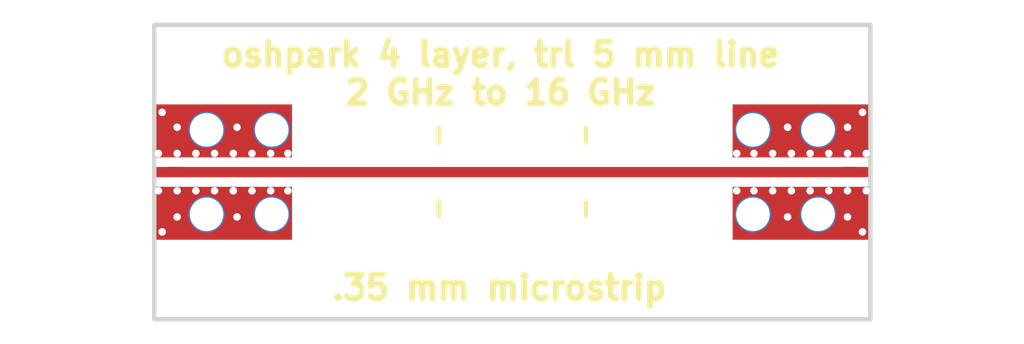
<source format=kicad_pcb>
(kicad_pcb (version 4) (host pcbnew 4.0.6)

  (general
    (links 60)
    (no_connects 0)
    (area 120.890476 99.025 155.809524 111.075)
    (thickness 1.6)
    (drawings 8)
    (tracks 1)
    (zones 0)
    (modules 2)
    (nets 3)
  )

  (page A4)
  (layers
    (0 F.Cu signal)
    (1 In1.Cu signal)
    (2 In2.Cu signal)
    (31 B.Cu signal)
    (32 B.Adhes user)
    (33 F.Adhes user)
    (34 B.Paste user)
    (35 F.Paste user)
    (36 B.SilkS user)
    (37 F.SilkS user)
    (38 B.Mask user)
    (39 F.Mask user)
    (40 Dwgs.User user)
    (41 Cmts.User user)
    (42 Eco1.User user)
    (43 Eco2.User user)
    (44 Edge.Cuts user)
    (45 Margin user)
    (46 B.CrtYd user)
    (47 F.CrtYd user)
    (48 B.Fab user)
    (49 F.Fab user)
  )

  (setup
    (last_trace_width 0.25)
    (user_trace_width 0.35)
    (trace_clearance 0.2)
    (zone_clearance 0.1)
    (zone_45_only no)
    (trace_min 0.2)
    (segment_width 0.2)
    (edge_width 0.15)
    (via_size 0.6)
    (via_drill 0.4)
    (via_min_size 0.4)
    (via_min_drill 0.3)
    (uvia_size 0.3)
    (uvia_drill 0.1)
    (uvias_allowed no)
    (uvia_min_size 0.2)
    (uvia_min_drill 0.1)
    (pcb_text_width 0.3)
    (pcb_text_size 1.5 1.5)
    (mod_edge_width 0.15)
    (mod_text_size 1 1)
    (mod_text_width 0.15)
    (pad_size 1.524 1.524)
    (pad_drill 0.762)
    (pad_to_mask_clearance 0.05)
    (aux_axis_origin 0 0)
    (visible_elements FFFEFF7F)
    (pcbplotparams
      (layerselection 0x00030_80000001)
      (usegerberextensions false)
      (excludeedgelayer true)
      (linewidth 0.100000)
      (plotframeref false)
      (viasonmask false)
      (mode 1)
      (useauxorigin false)
      (hpglpennumber 1)
      (hpglpenspeed 20)
      (hpglpendiameter 15)
      (hpglpenoverlay 2)
      (psnegative false)
      (psa4output false)
      (plotreference true)
      (plotvalue true)
      (plotinvisibletext false)
      (padsonsilk false)
      (subtractmaskfromsilk false)
      (outputformat 1)
      (mirror false)
      (drillshape 1)
      (scaleselection 1)
      (outputdirectory ""))
  )

  (net 0 "")
  (net 1 GND)
  (net 2 "Net-(U101-Pad1)")

  (net_class Default "This is the default net class."
    (clearance 0.2)
    (trace_width 0.25)
    (via_dia 0.6)
    (via_drill 0.4)
    (uvia_dia 0.3)
    (uvia_drill 0.1)
    (add_net GND)
    (add_net "Net-(U101-Pad1)")
  )

  (module vna_footprints:SMA_901-10512_6p7MIL_FR408_CPW_LAUNCH (layer F.Cu) (tedit 59B4A2F5) (tstamp 59B4A12A)
    (at 128.5 105 180)
    (path /59B4A05A)
    (fp_text reference U101 (at -0.25 4 180) (layer F.SilkS) hide
      (effects (font (size 1 1) (thickness 0.15)))
    )
    (fp_text value CONN_SMA_2GND (at 1.1 -5 180) (layer F.Fab)
      (effects (font (size 1 1) (thickness 0.15)))
    )
    (fp_line (start -7.35 -1) (end -7.35 -1.5) (layer F.SilkS) (width 0.15))
    (fp_line (start -7.35 1.5) (end -7.35 1) (layer F.SilkS) (width 0.15))
    (pad 2 thru_hole circle (at -1.685 -1.435 180) (size 1.24 1.24) (drill 1.14) (layers *.Cu *.Mask)
      (net 1 GND))
    (pad 2 thru_hole circle (at 0.525 -1.435 180) (size 1.24 1.24) (drill 1.14) (layers *.Cu *.Mask)
      (net 1 GND))
    (pad 3 thru_hole circle (at 0.525 1.435 180) (size 1.24 1.24) (drill 1.14) (layers *.Cu *.Mask)
      (net 1 GND))
    (pad 3 thru_hole circle (at -1.685 1.435 180) (size 1.24 1.24) (drill 1.14) (layers *.Cu *.Mask)
      (net 1 GND))
    (pad 1 smd rect (at 1.8 0 180) (size 0.95 0.35) (layers F.Cu F.Paste F.Mask)
      (net 2 "Net-(U101-Pad1)"))
    (pad 2 smd rect (at -0.05 -1.4 180) (size 4.65 1.8) (layers F.Cu F.Paste F.Mask)
      (net 1 GND))
    (pad 3 smd rect (at -0.05 1.4 180) (size 4.65 1.8) (layers F.Cu F.Paste F.Mask)
      (net 1 GND))
    (pad 2 thru_hole circle (at 0.254 -0.635 180) (size 0.254 0.254) (drill 0.254) (layers *.Cu *.Mask)
      (net 1 GND))
    (pad 2 thru_hole circle (at -1.651 -0.635 180) (size 0.254 0.254) (drill 0.254) (layers *.Cu *.Mask)
      (net 1 GND))
    (pad 2 thru_hole circle (at -2.2352 -0.635 180) (size 0.254 0.254) (drill 0.254) (layers *.Cu *.Mask)
      (net 1 GND))
    (pad 2 thru_hole circle (at -1.016 -0.635 180) (size 0.254 0.254) (drill 0.254) (layers *.Cu *.Mask)
      (net 1 GND))
    (pad 2 thru_hole circle (at -0.381 -0.635 180) (size 0.254 0.254) (drill 0.254) (layers *.Cu *.Mask)
      (net 1 GND))
    (pad 2 thru_hole circle (at 0.889 -0.635 180) (size 0.254 0.254) (drill 0.254) (layers *.Cu *.Mask)
      (net 1 GND))
    (pad 2 thru_hole circle (at 1.524 -0.635 180) (size 0.254 0.254) (drill 0.254) (layers *.Cu *.Mask)
      (net 1 GND))
    (pad 2 thru_hole circle (at 2.159 -0.635 180) (size 0.254 0.254) (drill 0.254) (layers *.Cu *.Mask)
      (net 1 GND))
    (pad 2 thru_hole circle (at 2.159 0.635 180) (size 0.254 0.254) (drill 0.254) (layers *.Cu *.Mask)
      (net 1 GND))
    (pad 2 thru_hole circle (at 1.524 0.635 180) (size 0.254 0.254) (drill 0.254) (layers *.Cu *.Mask)
      (net 1 GND))
    (pad 2 thru_hole circle (at 0.889 0.635 180) (size 0.254 0.254) (drill 0.254) (layers *.Cu *.Mask)
      (net 1 GND))
    (pad 2 thru_hole circle (at 0.254 0.635 180) (size 0.254 0.254) (drill 0.254) (layers *.Cu *.Mask)
      (net 1 GND))
    (pad 2 thru_hole circle (at -0.381 0.635 180) (size 0.254 0.254) (drill 0.254) (layers *.Cu *.Mask)
      (net 1 GND))
    (pad 2 thru_hole circle (at -1.016 0.635 180) (size 0.254 0.254) (drill 0.254) (layers *.Cu *.Mask)
      (net 1 GND))
    (pad 2 thru_hole circle (at -1.651 0.635 180) (size 0.254 0.254) (drill 0.254) (layers *.Cu *.Mask)
      (net 1 GND))
    (pad 2 thru_hole circle (at -2.2352 0.635 180) (size 0.254 0.254) (drill 0.254) (layers *.Cu *.Mask)
      (net 1 GND))
    (pad 2 thru_hole circle (at -0.381 -0.635 180) (size 0.254 0.254) (drill 0.254) (layers *.Cu *.Mask)
      (net 1 GND))
    (pad 2 thru_hole circle (at -0.508 -1.524 180) (size 0.254 0.254) (drill 0.254) (layers *.Cu *.Mask)
      (net 1 GND))
    (pad 2 thru_hole circle (at 1.524 -1.524 180) (size 0.254 0.254) (drill 0.254) (layers *.Cu *.Mask)
      (net 1 GND))
    (pad 2 thru_hole circle (at 1.524 1.524 180) (size 0.254 0.254) (drill 0.254) (layers *.Cu *.Mask)
      (net 1 GND))
    (pad 2 thru_hole circle (at -0.508 1.524 180) (size 0.254 0.254) (drill 0.254) (layers *.Cu *.Mask)
      (net 1 GND))
    (pad 2 thru_hole circle (at 2.032 2.032 180) (size 0.254 0.254) (drill 0.254) (layers *.Cu *.Mask)
      (net 1 GND))
    (pad 2 thru_hole circle (at 2.032 -2.032 180) (size 0.254 0.254) (drill 0.254) (layers *.Cu *.Mask)
      (net 1 GND))
    (pad 2 thru_hole circle (at 2.032 -2.032 180) (size 0.254 0.254) (drill 0.254) (layers *.Cu *.Mask)
      (net 1 GND))
  )

  (module vna_footprints:SMA_901-10512_6p7MIL_FR408_CPW_LAUNCH (layer F.Cu) (tedit 59B4A2F7) (tstamp 59B4A14D)
    (at 148.2 105)
    (path /59B4A095)
    (fp_text reference U102 (at -0.25 -3.1) (layer F.SilkS) hide
      (effects (font (size 1 1) (thickness 0.15)))
    )
    (fp_text value CONN_SMA_2GND (at 1.1 -5) (layer F.Fab)
      (effects (font (size 1 1) (thickness 0.15)))
    )
    (fp_line (start -7.35 -1) (end -7.35 -1.5) (layer F.SilkS) (width 0.15))
    (fp_line (start -7.35 1.5) (end -7.35 1) (layer F.SilkS) (width 0.15))
    (pad 2 thru_hole circle (at -1.685 -1.435) (size 1.24 1.24) (drill 1.14) (layers *.Cu *.Mask)
      (net 1 GND))
    (pad 2 thru_hole circle (at 0.525 -1.435) (size 1.24 1.24) (drill 1.14) (layers *.Cu *.Mask)
      (net 1 GND))
    (pad 3 thru_hole circle (at 0.525 1.435) (size 1.24 1.24) (drill 1.14) (layers *.Cu *.Mask)
      (net 1 GND))
    (pad 3 thru_hole circle (at -1.685 1.435) (size 1.24 1.24) (drill 1.14) (layers *.Cu *.Mask)
      (net 1 GND))
    (pad 1 smd rect (at 1.8 0) (size 0.95 0.35) (layers F.Cu F.Paste F.Mask)
      (net 2 "Net-(U101-Pad1)"))
    (pad 2 smd rect (at -0.05 -1.4) (size 4.65 1.8) (layers F.Cu F.Paste F.Mask)
      (net 1 GND))
    (pad 3 smd rect (at -0.05 1.4) (size 4.65 1.8) (layers F.Cu F.Paste F.Mask)
      (net 1 GND))
    (pad 2 thru_hole circle (at 0.254 -0.635) (size 0.254 0.254) (drill 0.254) (layers *.Cu *.Mask)
      (net 1 GND))
    (pad 2 thru_hole circle (at -1.651 -0.635) (size 0.254 0.254) (drill 0.254) (layers *.Cu *.Mask)
      (net 1 GND))
    (pad 2 thru_hole circle (at -2.2352 -0.635) (size 0.254 0.254) (drill 0.254) (layers *.Cu *.Mask)
      (net 1 GND))
    (pad 2 thru_hole circle (at -1.016 -0.635) (size 0.254 0.254) (drill 0.254) (layers *.Cu *.Mask)
      (net 1 GND))
    (pad 2 thru_hole circle (at -0.381 -0.635) (size 0.254 0.254) (drill 0.254) (layers *.Cu *.Mask)
      (net 1 GND))
    (pad 2 thru_hole circle (at 0.889 -0.635) (size 0.254 0.254) (drill 0.254) (layers *.Cu *.Mask)
      (net 1 GND))
    (pad 2 thru_hole circle (at 1.524 -0.635) (size 0.254 0.254) (drill 0.254) (layers *.Cu *.Mask)
      (net 1 GND))
    (pad 2 thru_hole circle (at 2.159 -0.635) (size 0.254 0.254) (drill 0.254) (layers *.Cu *.Mask)
      (net 1 GND))
    (pad 2 thru_hole circle (at 2.159 0.635) (size 0.254 0.254) (drill 0.254) (layers *.Cu *.Mask)
      (net 1 GND))
    (pad 2 thru_hole circle (at 1.524 0.635) (size 0.254 0.254) (drill 0.254) (layers *.Cu *.Mask)
      (net 1 GND))
    (pad 2 thru_hole circle (at 0.889 0.635) (size 0.254 0.254) (drill 0.254) (layers *.Cu *.Mask)
      (net 1 GND))
    (pad 2 thru_hole circle (at 0.254 0.635) (size 0.254 0.254) (drill 0.254) (layers *.Cu *.Mask)
      (net 1 GND))
    (pad 2 thru_hole circle (at -0.381 0.635) (size 0.254 0.254) (drill 0.254) (layers *.Cu *.Mask)
      (net 1 GND))
    (pad 2 thru_hole circle (at -1.016 0.635) (size 0.254 0.254) (drill 0.254) (layers *.Cu *.Mask)
      (net 1 GND))
    (pad 2 thru_hole circle (at -1.651 0.635) (size 0.254 0.254) (drill 0.254) (layers *.Cu *.Mask)
      (net 1 GND))
    (pad 2 thru_hole circle (at -2.2352 0.635) (size 0.254 0.254) (drill 0.254) (layers *.Cu *.Mask)
      (net 1 GND))
    (pad 2 thru_hole circle (at -0.381 -0.635) (size 0.254 0.254) (drill 0.254) (layers *.Cu *.Mask)
      (net 1 GND))
    (pad 2 thru_hole circle (at -0.508 -1.524) (size 0.254 0.254) (drill 0.254) (layers *.Cu *.Mask)
      (net 1 GND))
    (pad 2 thru_hole circle (at 1.524 -1.524) (size 0.254 0.254) (drill 0.254) (layers *.Cu *.Mask)
      (net 1 GND))
    (pad 2 thru_hole circle (at 1.524 1.524) (size 0.254 0.254) (drill 0.254) (layers *.Cu *.Mask)
      (net 1 GND))
    (pad 2 thru_hole circle (at -0.508 1.524) (size 0.254 0.254) (drill 0.254) (layers *.Cu *.Mask)
      (net 1 GND))
    (pad 2 thru_hole circle (at 2.032 2.032) (size 0.254 0.254) (drill 0.254) (layers *.Cu *.Mask)
      (net 1 GND))
    (pad 2 thru_hole circle (at 2.032 -2.032) (size 0.254 0.254) (drill 0.254) (layers *.Cu *.Mask)
      (net 1 GND))
    (pad 2 thru_hole circle (at 2.032 -2.032) (size 0.254 0.254) (drill 0.254) (layers *.Cu *.Mask)
      (net 1 GND))
  )

  (gr_text ".35 mm microstrip" (at 137.9 108.925) (layer F.SilkS) (tstamp 59B4A39D)
    (effects (font (size 0.8 0.8) (thickness 0.2)))
  )
  (gr_text "oshpark 4 layer, trl 5 mm line\n2 GHz to 16 GHz" (at 137.95 101.65) (layer F.SilkS)
    (effects (font (size 0.8 0.8) (thickness 0.2)))
  )
  (gr_line (start 126.2 100) (end 150.5 100) (layer Edge.Cuts) (width 0.15))
  (gr_line (start 150.5 110) (end 126.2 110) (layer Edge.Cuts) (width 0.15))
  (gr_line (start 150.5 105) (end 150.5 110) (layer Edge.Cuts) (width 0.15))
  (gr_line (start 150.5 105) (end 150.5 100) (layer Edge.Cuts) (width 0.15))
  (gr_line (start 126.2 105) (end 126.2 110) (layer Edge.Cuts) (width 0.15))
  (gr_line (start 126.2 105) (end 126.2 100) (layer Edge.Cuts) (width 0.15))

  (segment (start 126.7 105) (end 150 105) (width 0.35) (layer F.Cu) (net 2))

  (zone (net 1) (net_name GND) (layer In1.Cu) (tstamp 0) (hatch edge 0.508)
    (connect_pads yes (clearance 0.1))
    (min_thickness 0.254)
    (fill yes (arc_segments 16) (thermal_gap 0.508) (thermal_bridge_width 0.508))
    (polygon
      (pts
        (xy 150.5 100) (xy 150.5 110) (xy 126.15 110) (xy 126.15 100)
      )
    )
    (filled_polygon
      (pts
        (xy 150.198 109.698) (xy 126.502 109.698) (xy 126.502 100.302) (xy 150.198 100.302)
      )
    )
  )
)

</source>
